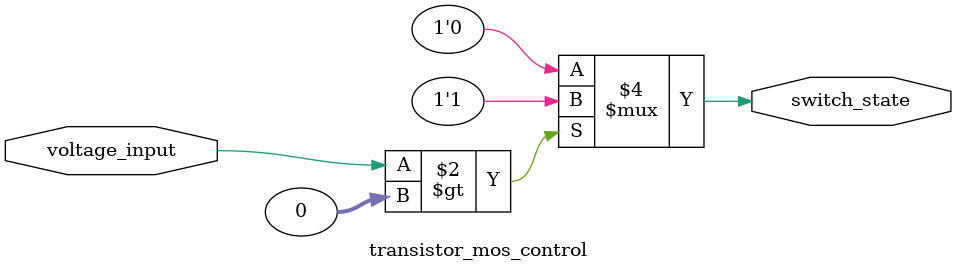
<source format=sv>
module crossbar_array_64x64 (
    input logic [63:0] row_input,    // Row inputs (64-bit vector)
    input logic [63:0] col_input,    // Column inputs (64-bit vector)
    input logic [63:0] weight_control, // Weight control signals (64-bit vector for both positive/negative weights)
    output logic [63:0] output_row,  // Row output (64-bit vector)
    output logic [63:0] output_col   // Column output (64-bit vector)
);
    // Parameters
    parameter real voltage_threshold = 0.5;   // Threshold for voltage to determine positive/negative weights

    // Internal signals
    wire [63:0] memristor_current [63:0];  // Current through each memristor (64x64 array)
    wire [63:0] memristor_memristance [63:0];  // Memristance for each memristor
    wire [63:0] row_selected [63:0];   // Row voltage signals
    wire [63:0] col_selected [63:0];   // Column voltage signals
    
    // Memristor Array
    genvar i, j;
    generate
        for (i = 0; i < 64; i = i + 1) begin: row_loop
            for (j = 0; j < 64; j = j + 1) begin: col_loop
                // Control the weight encoding with positive/negative voltage via weight control
                memristor memristor_inst (
                    .voltage((weight_control[i] == 1) ? row_input[i] : -row_input[i]),   // Positive or negative voltage based on weight control
                    .current(memristor_current[i][j]),
                    .memristance(memristor_memristance[i][j])
                );
            end
        end
    endgenerate

    // Column and Row Output Generation Based on Memristor State
    generate
        for (i = 0; i < 64; i = i + 1) begin: row_output_loop
            for (j = 0; j < 64; j = j + 1) begin: col_output_loop
                // Output the row and column voltages based on memristor currents
                assign output_row[i] = row_selected[i] ? memristor_current[i][j] : 0;
                assign output_col[j] = col_selected[j] ? memristor_current[i][j] : 0;
            end
        end
    endgenerate
endmodule

module transistor_mos_control (
    input logic voltage_input,   // Input voltage to the transistor
    output logic switch_state     // Output state of the switch (on or off)
);
    // Transistor model for switching
    always_comb begin
        if (voltage_input > 0) begin
            switch_state = 1;   // Transistor conducts when positive voltage is applied
        end else begin
            switch_state = 0;   // Transistor does not conduct when negative voltage is applied
        end
    end
endmodule

</source>
